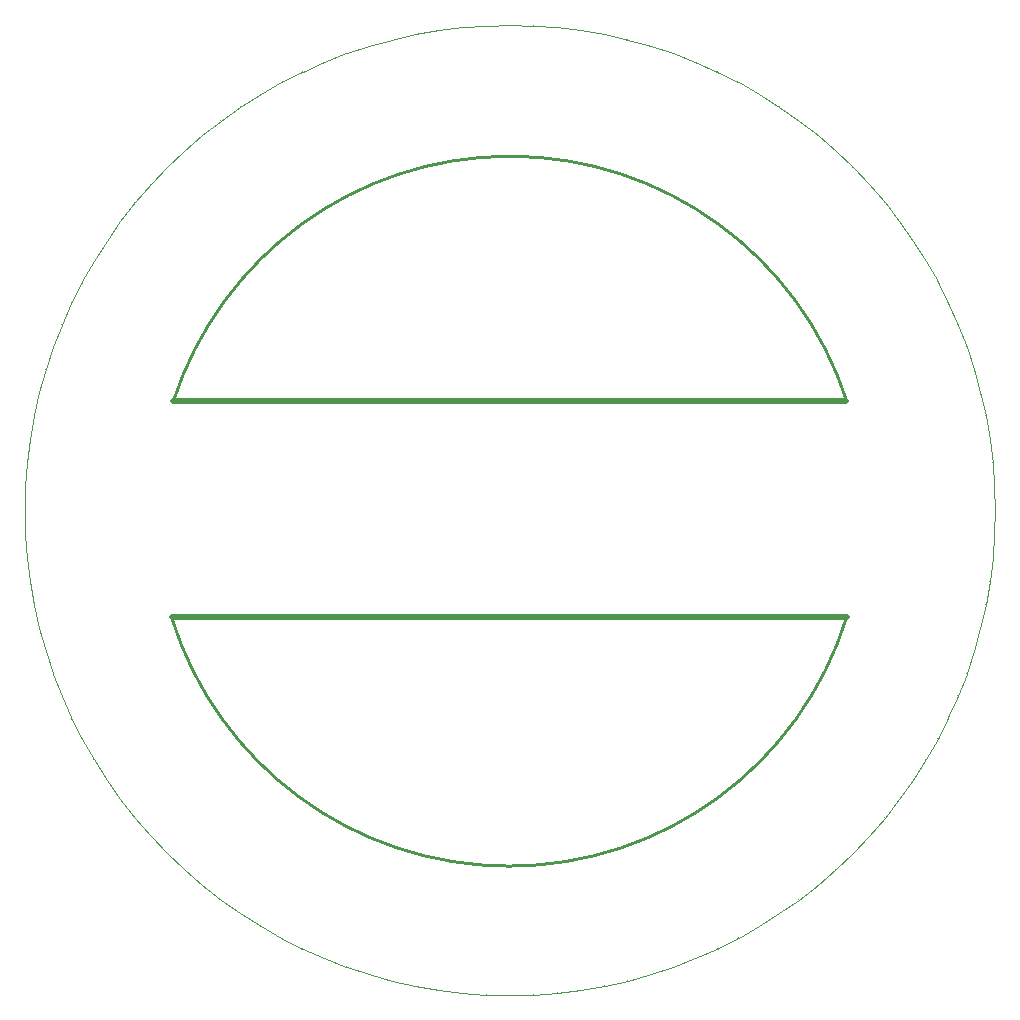
<source format=gko>
G04 Layer_Color=16720538*
%FSLAX24Y24*%
%MOIN*%
G70*
G01*
G75*
%ADD33C,0.0100*%
%ADD730C,0.0039*%
%ADD731C,0.0039*%
%ADD732C,0.0197*%
D33*
X18249Y25956D02*
G03*
X40750Y25950I11252J3485D01*
G01*
X40761Y33154D02*
G03*
X18307Y33150I-11226J-3627D01*
G01*
D730*
X42970Y38509D02*
G03*
X42969Y38509I-17J-11D01*
G01*
X43394Y37838D02*
G03*
X43394Y37839I-17J-10D01*
G01*
X43785Y37148D02*
G03*
X43785Y37149I-18J-9D01*
G01*
X43785Y37148D02*
G03*
X43785Y37149I-18J-9D01*
G01*
X43394Y37838D02*
G03*
X43394Y37839I-17J-10D01*
G01*
X42024Y39783D02*
G03*
X42024Y39784I-15J-12D01*
G01*
X42025Y39783D02*
G03*
X42024Y39783I-16J-12D01*
G01*
X42513Y39157D02*
G03*
X42512Y39158I-16J-11D01*
G01*
X42513Y39157D02*
G03*
X42512Y39158I-16J-11D01*
G01*
X42970Y38509D02*
G03*
X42969Y38509I-17J-11D01*
G01*
X44463Y35714D02*
G03*
X44463Y35715I-18J-7D01*
G01*
X44463Y35714D02*
G03*
X44463Y35715I-18J-7D01*
G01*
X44749Y34973D02*
G03*
X44749Y34974I-19J-6D01*
G01*
X44749Y34973D02*
G03*
X44749Y34974I-19J-6D01*
G01*
X44142Y36440D02*
G03*
X44141Y36440I-18J-9D01*
G01*
X44142Y36439D02*
G03*
X44142Y36440I-18J-8D01*
G01*
X44142Y36439D02*
G03*
X44142Y36440I-18J-8D01*
G01*
X40959Y40958D02*
G03*
X40959Y40959I-14J-13D01*
G01*
X40959Y40959D02*
G03*
X40958Y40959I-14J-14D01*
G01*
X40385Y41506D02*
G03*
X40384Y41506I-14J-14D01*
G01*
X41506Y40384D02*
G03*
X41506Y40385I-15J-13D01*
G01*
X41506Y40384D02*
G03*
X41506Y40385I-14J-13D01*
G01*
X39784Y42024D02*
G03*
X39783Y42025I-13J-15D01*
G01*
X39783Y42024D02*
G03*
X39783Y42025I-12J-15D01*
G01*
X39784Y42024D02*
G03*
X39783Y42024I-13J-15D01*
G01*
X40385Y41506D02*
G03*
X40384Y41506I-14J-14D01*
G01*
X42025Y39783D02*
G03*
X42024Y39784I-16J-12D01*
G01*
X44998Y34220D02*
G03*
X44998Y34221I-19J-5D01*
G01*
X44998Y34220D02*
G03*
X44998Y34221I-19J-5D01*
G01*
X45210Y33455D02*
G03*
X45209Y33456I-19J-4D01*
G01*
X45209Y33455D02*
G03*
X45209Y33456I-19J-4D01*
G01*
X35715Y44463D02*
G03*
X35714Y44463I-8J-18D01*
G01*
X35715Y44463D02*
G03*
X35714Y44463I-8J-18D01*
G01*
X36440Y44142D02*
G03*
X36439Y44142I-9J-18D01*
G01*
X36440Y44141D02*
G03*
X36440Y44142I-9J-18D01*
G01*
X36440Y44142D02*
G03*
X36439Y44142I-9J-18D01*
G01*
X34221Y44998D02*
G03*
X34220Y44998I-6J-19D01*
G01*
X34221Y44998D02*
G03*
X34220Y44998I-6J-19D01*
G01*
X34974Y44749D02*
G03*
X34973Y44749I-7J-18D01*
G01*
X34974Y44749D02*
G03*
X34973Y44749I-7J-18D01*
G01*
X38509Y42969D02*
G03*
X38509Y42970I-11J-16D01*
G01*
X38509Y42969D02*
G03*
X38509Y42970I-11J-16D01*
G01*
X39158Y42512D02*
G03*
X39157Y42513I-12J-16D01*
G01*
X39158Y42512D02*
G03*
X39157Y42513I-12J-16D01*
G01*
X37149Y43785D02*
G03*
X37148Y43785I-10J-17D01*
G01*
X37149Y43785D02*
G03*
X37148Y43785I-10J-17D01*
G01*
X37839Y43394D02*
G03*
X37838Y43394I-10J-17D01*
G01*
X37839Y43394D02*
G03*
X37838Y43394I-11J-17D01*
G01*
X31900Y45519D02*
G03*
X31899Y45519I-3J-19D01*
G01*
X31900Y45519D02*
G03*
X31899Y45519I-3J-19D01*
G01*
X32682Y45383D02*
G03*
X32681Y45383I-4J-19D01*
G01*
X32682Y45383D02*
G03*
X32681Y45383I-4J-19D01*
G01*
X30321Y45674D02*
G03*
X30320Y45674I-1J-20D01*
G01*
X30321Y45674D02*
G03*
X30320Y45674I-1J-20D01*
G01*
X31113Y45616D02*
G03*
X31112Y45616I-2J-20D01*
G01*
X31113Y45616D02*
G03*
X31112Y45616I-2J-20D01*
G01*
X33456Y45209D02*
G03*
X33455Y45209I-5J-19D01*
G01*
X33456Y45209D02*
G03*
X33455Y45210I-5J-19D01*
G01*
X45674Y30320D02*
G03*
X45674Y30321I-20J-1D01*
G01*
X45674Y30320D02*
G03*
X45674Y30321I-20J-0D01*
G01*
X45616Y31112D02*
G03*
X45616Y31113I-20J-1D01*
G01*
X45694Y29527D02*
G03*
X45694Y29528I-20J0D01*
G01*
X45519Y31899D02*
G03*
X45519Y31900I-20J-2D01*
G01*
X45519Y31899D02*
G03*
X45519Y31900I-20J-2D01*
G01*
X45383Y32681D02*
G03*
X45383Y32682I-19J-3D01*
G01*
X45616Y31112D02*
G03*
X45616Y31113I-20J-1D01*
G01*
X45694Y29527D02*
G03*
X45694Y29528I-20J0D01*
G01*
X45674Y28734D02*
G03*
X45674Y28735I-20J1D01*
G01*
X45674Y28734D02*
G03*
X45674Y28735I-20J1D01*
G01*
X45519Y27155D02*
G03*
X45519Y27156I-19J3D01*
G01*
X45519Y27155D02*
G03*
X45519Y27156I-19J3D01*
G01*
X45383Y26373D02*
G03*
X45383Y26374I-19J4D01*
G01*
X45383Y32681D02*
G03*
X45383Y32682I-19J-3D01*
G01*
Y26373D02*
G03*
X45383Y26374I-19J4D01*
G01*
X45209Y25599D02*
G03*
X45210Y25600I-19J5D01*
G01*
X45209Y25599D02*
G03*
X45209Y25600I-19J5D01*
G01*
X44998Y24834D02*
G03*
X44998Y24835I-19J6D01*
G01*
X44998Y24834D02*
G03*
X44998Y24835I-19J6D01*
G01*
X44749Y24081D02*
G03*
X44749Y24082I-18J7D01*
G01*
X44749Y24081D02*
G03*
X44749Y24082I-18J7D01*
G01*
X44463Y23341D02*
G03*
X44463Y23342I-18J8D01*
G01*
X44463Y23340D02*
G03*
X44463Y23341I-18J8D01*
G01*
X44142Y22615D02*
G03*
X44142Y22616I-18J9D01*
G01*
X44142Y22615D02*
G03*
X44142Y22616I-18J9D01*
G01*
X44141Y22615D02*
G03*
X44142Y22615I-18J9D01*
G01*
X43785Y21906D02*
G03*
X43785Y21907I-17J10D01*
G01*
X43785Y21906D02*
G03*
X43785Y21907I-17J10D01*
G01*
X43394Y21216D02*
G03*
X43394Y21217I-17J11D01*
G01*
X43394Y21216D02*
G03*
X43394Y21217I-17J10D01*
G01*
X42970Y20546D02*
G03*
X42970Y20547I-17J11D01*
G01*
X42969Y20546D02*
G03*
X42970Y20546I-16J11D01*
G01*
X42969Y20546D02*
G03*
X42970Y20546I-16J11D01*
G01*
X42512Y19897D02*
G03*
X42513Y19898I-16J12D01*
G01*
X42512Y19897D02*
G03*
X42513Y19898I-16J12D01*
G01*
X42024Y19272D02*
G03*
X42025Y19272I-15J12D01*
G01*
X42024Y19271D02*
G03*
X42024Y19272I-15J13D01*
G01*
X42024Y19271D02*
G03*
X42025Y19272I-15J13D01*
G01*
X40959Y18096D02*
G03*
X40959Y18097I-14J14D01*
G01*
X40959Y18096D02*
G03*
X40959Y18097I-14J14D01*
G01*
X40958Y18096D02*
G03*
X40959Y18096I-13J14D01*
G01*
X40384Y17549D02*
G03*
X40385Y17550I-13J14D01*
G01*
X40384Y17549D02*
G03*
X40385Y17549I-13J15D01*
G01*
X39783Y17031D02*
G03*
X39784Y17031I-12J16D01*
G01*
X39783Y17031D02*
G03*
X39784Y17031I-12J15D01*
G01*
X39783Y17030D02*
G03*
X39783Y17031I-12J16D01*
G01*
X39157Y16542D02*
G03*
X39158Y16543I-11J16D01*
G01*
X39157Y16542D02*
G03*
X39158Y16543I-11J16D01*
G01*
X38509Y16085D02*
G03*
X38509Y16086I-10J17D01*
G01*
X37839Y15661D02*
G03*
X37839Y15662I-10J17D01*
G01*
X37838Y15661D02*
G03*
X37839Y15661I-10J17D01*
G01*
X37838Y15661D02*
G03*
X37839Y15662I-10J17D01*
G01*
X37148Y15270D02*
G03*
X37149Y15270I-9J18D01*
G01*
X37148Y15270D02*
G03*
X37149Y15270I-9J18D01*
G01*
X36439Y14913D02*
G03*
X36440Y14914I-8J18D01*
G01*
X36439Y14913D02*
G03*
X36440Y14914I-8J18D01*
G01*
X35714Y14592D02*
G03*
X35715Y14592I-7J18D01*
G01*
X35714Y14592D02*
G03*
X35715Y14592I-7J18D01*
G01*
X34973Y14306D02*
G03*
X34974Y14306I-6J19D01*
G01*
X34973Y14306D02*
G03*
X34974Y14306I-6J19D01*
G01*
X34220Y14057D02*
G03*
X34221Y14058I-5J19D01*
G01*
X34220Y14057D02*
G03*
X34221Y14058I-5J19D01*
G01*
X33455Y13846D02*
G03*
X33456Y13846I-4J19D01*
G01*
X33455Y13846D02*
G03*
X33456Y13846I-4J19D01*
G01*
X32681Y13672D02*
G03*
X32682Y13672I-3J19D01*
G01*
X32681Y13672D02*
G03*
X32682Y13672I-3J19D01*
G01*
X31899Y13536D02*
G03*
X31900Y13536I-2J20D01*
G01*
X31899Y13536D02*
G03*
X31900Y13536I-2J20D01*
G01*
X31112Y13439D02*
G03*
X31113Y13439I-1J20D01*
G01*
X31112Y13439D02*
G03*
X31113Y13439I-1J20D01*
G01*
X30320Y13381D02*
G03*
X30321Y13381I-0J20D01*
G01*
X30320Y13381D02*
G03*
X30321Y13381I-1J20D01*
G01*
X29528Y45694D02*
G03*
X29527Y45694I-0J-20D01*
G01*
X29528D02*
G03*
X29527Y45694I-0J-20D01*
G01*
X28735Y45674D02*
G03*
X28734Y45674I1J-20D01*
G01*
X28735Y45674D02*
G03*
X28734Y45674I0J-20D01*
G01*
X27156Y45519D02*
G03*
X27155Y45519I2J-20D01*
G01*
X27156Y45519D02*
G03*
X27155Y45519I2J-20D01*
G01*
X26374Y45383D02*
G03*
X26373Y45383I3J-19D01*
G01*
X26374Y45383D02*
G03*
X26373Y45383I3J-19D01*
G01*
X25600Y45210D02*
G03*
X25599Y45209I4J-19D01*
G01*
X25600Y45209D02*
G03*
X25599Y45209I4J-19D01*
G01*
X24835Y44998D02*
G03*
X24834Y44998I5J-19D01*
G01*
X24835Y44998D02*
G03*
X24834Y44998I5J-19D01*
G01*
X24082Y44749D02*
G03*
X24081Y44749I6J-19D01*
G01*
X24082Y44749D02*
G03*
X24081Y44749I6J-19D01*
G01*
X23342Y44463D02*
G03*
X23341Y44463I7J-18D01*
G01*
X23341Y44463D02*
G03*
X23340Y44463I7J-18D01*
G01*
X22616Y44142D02*
G03*
X22615Y44142I8J-18D01*
G01*
X22615Y44142D02*
G03*
X22615Y44141I9J-18D01*
G01*
X22616Y44142D02*
G03*
X22615Y44142I8J-18D01*
G01*
X21907Y43785D02*
G03*
X21906Y43785I9J-18D01*
G01*
X21907Y43785D02*
G03*
X21906Y43785I9J-18D01*
G01*
X21217Y43394D02*
G03*
X21216Y43394I10J-17D01*
G01*
X21217Y43394D02*
G03*
X21216Y43394I10J-17D01*
G01*
X20546Y42970D02*
G03*
X20546Y42969I11J-17D01*
G01*
X20547Y42970D02*
G03*
X20546Y42970I10J-17D01*
G01*
X20546Y42970D02*
G03*
X20546Y42969I11J-17D01*
G01*
X19898Y42513D02*
G03*
X19897Y42512I11J-16D01*
G01*
X19898Y42513D02*
G03*
X19897Y42512I11J-16D01*
G01*
X19272Y42024D02*
G03*
X19271Y42024I12J-15D01*
G01*
X19272Y42025D02*
G03*
X19272Y42024I12J-16D01*
G01*
X19272Y42025D02*
G03*
X19271Y42024I12J-16D01*
G01*
X18097Y40959D02*
G03*
X18096Y40959I14J-14D01*
G01*
X18096Y40959D02*
G03*
X18096Y40958I14J-14D01*
G01*
X18097Y40959D02*
G03*
X18096Y40959I14J-14D01*
G01*
X17550Y40385D02*
G03*
X17549Y40384I14J-14D01*
G01*
X17549Y40385D02*
G03*
X17549Y40384I14J-14D01*
G01*
X17031Y39784D02*
G03*
X17031Y39783I15J-13D01*
G01*
X17031Y39783D02*
G03*
X17030Y39783I15J-12D01*
G01*
X17031Y39784D02*
G03*
X17031Y39783I15J-13D01*
G01*
X16543Y39158D02*
G03*
X16542Y39157I16J-12D01*
G01*
X16543Y39158D02*
G03*
X16542Y39157I16J-12D01*
G01*
X16086Y38509D02*
G03*
X16085Y38509I17J-11D01*
G01*
X15661Y37839D02*
G03*
X15661Y37838I17J-10D01*
G01*
X15662Y37839D02*
G03*
X15661Y37839I17J-11D01*
G01*
X15662Y37839D02*
G03*
X15661Y37838I17J-11D01*
G01*
X15270Y37149D02*
G03*
X15270Y37148I17J-10D01*
G01*
X15270Y37149D02*
G03*
X15270Y37148I17J-10D01*
G01*
X14914Y36440D02*
G03*
X14913Y36439I18J-9D01*
G01*
X14914Y36440D02*
G03*
X14913Y36439I18J-9D01*
G01*
X14592Y35715D02*
G03*
X14592Y35714I18J-8D01*
G01*
X14592Y35715D02*
G03*
X14592Y35714I18J-8D01*
G01*
X14306Y34974D02*
G03*
X14306Y34973I18J-7D01*
G01*
X14306Y34974D02*
G03*
X14306Y34973I18J-7D01*
G01*
X14058Y34221D02*
G03*
X14057Y34220I19J-6D01*
G01*
X14058Y34221D02*
G03*
X14057Y34220I19J-6D01*
G01*
X13846Y33456D02*
G03*
X13846Y33455I19J-5D01*
G01*
X13846Y33456D02*
G03*
X13846Y33455I19J-5D01*
G01*
X13672Y32682D02*
G03*
X13672Y32681I19J-4D01*
G01*
X26373Y13672D02*
G03*
X26374Y13672I4J19D01*
G01*
X25599Y13846D02*
G03*
X25600Y13846I5J19D01*
G01*
X26373Y13672D02*
G03*
X26374Y13672I4J19D01*
G01*
X29527Y13361D02*
G03*
X29528Y13361I0J20D01*
G01*
X29527D02*
G03*
X29528Y13361I0J20D01*
G01*
X28734Y13381D02*
G03*
X28735Y13381I1J20D01*
G01*
X27155Y13536D02*
G03*
X27156Y13536I3J19D01*
G01*
X27155Y13536D02*
G03*
X27156Y13536I3J19D01*
G01*
X28734Y13381D02*
G03*
X28735Y13381I1J20D01*
G01*
X21906Y15270D02*
G03*
X21907Y15270I10J17D01*
G01*
X22615Y14914D02*
G03*
X22616Y14913I9J18D01*
G01*
X21906Y15270D02*
G03*
X21907Y15270I10J17D01*
G01*
X21216Y15661D02*
G03*
X21217Y15661I10J17D01*
G01*
X21216Y15662D02*
G03*
X21216Y15661I11J17D01*
G01*
X21216Y15662D02*
G03*
X21217Y15661I11J17D01*
G01*
X20546Y16086D02*
G03*
X20547Y16085I11J17D01*
G01*
X24834Y14058D02*
G03*
X24835Y14057I6J19D01*
G01*
X24081Y14306D02*
G03*
X24082Y14306I7J18D01*
G01*
X25599Y13846D02*
G03*
X25600Y13846I5J19D01*
G01*
X24834Y14058D02*
G03*
X24835Y14057I6J19D01*
G01*
X23340Y14592D02*
G03*
X23341Y14592I8J18D01*
G01*
X22615Y14914D02*
G03*
X22616Y14913I9J18D01*
G01*
X24081Y14306D02*
G03*
X24082Y14306I7J18D01*
G01*
X23341Y14592D02*
G03*
X23342Y14592I8J18D01*
G01*
X13672Y26374D02*
G03*
X13672Y26373I19J3D01*
G01*
X13846Y25600D02*
G03*
X13846Y25599I19J4D01*
G01*
X13846Y25600D02*
G03*
X13846Y25599I19J4D01*
G01*
X14306Y24082D02*
G03*
X14306Y24081I19J6D01*
G01*
X14057Y24835D02*
G03*
X14058Y24834I19J5D01*
G01*
X14306Y24082D02*
G03*
X14306Y24081I19J6D01*
G01*
X14057Y24835D02*
G03*
X14058Y24834I19J5D01*
G01*
X13672Y32682D02*
G03*
X13672Y32681I19J-4D01*
G01*
X13536Y31900D02*
G03*
X13536Y31899I19J-3D01*
G01*
X13536Y31900D02*
G03*
X13536Y31899I19J-3D01*
G01*
X13439Y31113D02*
G03*
X13439Y31112I20J-2D01*
G01*
X13439Y31113D02*
G03*
X13439Y31112I20J-2D01*
G01*
X13381Y30321D02*
G03*
X13381Y30320I20J-1D01*
G01*
X13381Y30321D02*
G03*
X13381Y30320I20J-1D01*
G01*
X13361Y29528D02*
G03*
X13361Y29527I20J-0D01*
G01*
X13536Y27156D02*
G03*
X13536Y27155I20J2D01*
G01*
X13672Y26374D02*
G03*
X13672Y26373I19J3D01*
G01*
X13536Y27156D02*
G03*
X13536Y27155I20J2D01*
G01*
X13381Y28735D02*
G03*
X13381Y28734I20J1D01*
G01*
X13361Y29528D02*
G03*
X13361Y29527I20J-0D01*
G01*
X13381Y28735D02*
G03*
X13381Y28734I20J0D01*
G01*
X19271Y17031D02*
G03*
X19272Y17031I13J15D01*
G01*
X19897Y16543D02*
G03*
X19898Y16542I12J16D01*
G01*
X19897Y16543D02*
G03*
X19898Y16542I12J16D01*
G01*
X19272Y17031D02*
G03*
X19272Y17030I12J15D01*
G01*
X19271Y17031D02*
G03*
X19272Y17031I13J15D01*
G01*
X18096Y18097D02*
G03*
X18097Y18096I14J14D01*
G01*
X18096Y18097D02*
G03*
X18097Y18096I14J14D01*
G01*
X18671Y17550D02*
G03*
X18671Y17549I14J14D01*
G01*
X15270Y21907D02*
G03*
X15270Y21906I18J9D01*
G01*
X15661Y21217D02*
G03*
X15662Y21216I17J10D01*
G01*
X15661Y21216D02*
G03*
X15662Y21216I17J10D01*
G01*
X15661Y21217D02*
G03*
X15661Y21216I17J10D01*
G01*
X15270Y21907D02*
G03*
X15270Y21906I18J9D01*
G01*
X14592Y23341D02*
G03*
X14592Y23340I18J7D01*
G01*
X14592Y23342D02*
G03*
X14592Y23341I18J7D01*
G01*
X14913Y22616D02*
G03*
X14914Y22615I18J8D01*
G01*
X14913Y22616D02*
G03*
X14914Y22615I18J8D01*
G01*
X17031Y19272D02*
G03*
X17031Y19271I15J12D01*
G01*
X17030Y19272D02*
G03*
X17031Y19272I16J12D01*
G01*
X17549Y18671D02*
G03*
X17550Y18671I14J13D01*
G01*
X17031Y19272D02*
G03*
X17031Y19271I16J12D01*
G01*
X16085Y20547D02*
G03*
X16086Y20546I17J10D01*
G01*
X16542Y19898D02*
G03*
X16543Y19897I16J11D01*
G01*
X16542Y19898D02*
G03*
X16543Y19897I16J11D01*
G01*
X42970Y38509D02*
X42970Y38509D01*
X42970Y38509D01*
X43394Y37839D01*
X43394Y37839D01*
X43394Y37839D01*
X43394Y37838D02*
X43394Y37838D01*
X43394Y37838D01*
X43785Y37149D01*
X43785Y37149D01*
X43785Y37149D01*
X42024Y39783D02*
X42025Y39783D01*
X42025Y39783D01*
X42512Y39158D01*
X42512Y39158D01*
X42512Y39158D01*
X42513Y39157D02*
X42513Y39157D01*
X42513Y39157D01*
X42969Y38509D01*
X42969Y38509D01*
X42969Y38509D01*
X44463Y35714D02*
X44463Y35714D01*
X44749Y34974D01*
X44749Y34974D01*
X44749Y34973D02*
X44998Y34221D01*
X43785Y37148D02*
X43785Y37148D01*
X43785Y37148D01*
X44141Y36440D01*
X44142Y36440D01*
X44142Y36440D01*
X44142Y36439D02*
X44142Y36439D01*
X44463Y35715D01*
X44463Y35715D01*
X40959Y40959D02*
X40959Y40959D01*
X40958Y40959D02*
X40959Y40959D01*
X40385Y41506D02*
X40958Y40959D01*
X40385Y41506D02*
X40385Y41506D01*
X40384Y41506D02*
X40385Y41506D01*
X40959Y40959D02*
X40959Y40959D01*
X40959Y40958D01*
X41506Y40385D01*
X41506Y40385D01*
X41506Y40384D01*
X40384Y41506D02*
X40384Y41506D01*
X40384Y41506D02*
X40384Y41506D01*
X39784Y42024D02*
X40384Y41506D01*
X39784Y42024D02*
X39784Y42024D01*
X39784Y42024D02*
X39784Y42024D01*
X39783Y42025D02*
X39783Y42024D01*
X39783Y42025D02*
X39783Y42025D01*
X39158Y42512D02*
X39783Y42025D01*
X39158Y42512D02*
X39158Y42512D01*
X39158Y42512D02*
X39158Y42512D01*
X41506Y40384D02*
X41506Y40384D01*
X41506Y40384D01*
X42024Y39784D01*
X42024Y39784D01*
X42024Y39784D01*
X44998Y34220D02*
X45209Y33456D01*
X36439Y44142D02*
X36439Y44142D01*
X35715Y44463D02*
X36439Y44142D01*
X35715Y44463D02*
X35715Y44463D01*
X35714Y44463D02*
X35714Y44463D01*
X34974Y44749D02*
X35714Y44463D01*
X34974Y44749D02*
X34974Y44749D01*
X37148Y43785D02*
X37148Y43785D01*
X37148Y43785D02*
X37148Y43785D01*
X36440Y44141D02*
X37148Y43785D01*
X36440Y44142D02*
X36440Y44141D01*
X36440Y44142D02*
X36440Y44142D01*
X34221Y44998D02*
X34973Y44749D01*
X39157Y42513D02*
X39157Y42513D01*
X39157Y42513D02*
X39157Y42513D01*
X38509Y42969D02*
X39157Y42513D01*
X38509Y42969D02*
X38509Y42969D01*
X38509Y42969D02*
X38509Y42969D01*
X38509Y42970D02*
X38509Y42970D01*
X38509Y42970D02*
X38509Y42970D01*
X37839Y43394D02*
X38509Y42970D01*
X37839Y43394D02*
X37839Y43394D01*
X37839Y43394D02*
X37839Y43394D01*
X37838Y43394D02*
X37838Y43394D01*
X37838Y43394D02*
X37838Y43394D01*
X37149Y43785D02*
X37838Y43394D01*
X37149Y43785D02*
X37149Y43785D01*
X37149Y43785D02*
X37149Y43785D01*
X32681Y45383D02*
X32681Y45383D01*
X32681Y45383D02*
X32681Y45383D01*
X31900Y45519D02*
X32681Y45383D01*
X31900Y45519D02*
X31900Y45519D01*
X31900Y45519D02*
X31900Y45519D01*
X31113Y45616D02*
X31899Y45519D01*
X33455Y45210D02*
X33455Y45209D01*
X32682Y45383D02*
X33455Y45210D01*
X32682Y45383D02*
X32682Y45383D01*
X30321Y45674D02*
X31112Y45616D01*
X33456Y45209D02*
X34220Y44998D01*
X45616Y31112D02*
X45674Y30321D01*
X45674Y30320D02*
X45674Y30320D01*
X45674Y30320D01*
X45694Y29528D01*
X45694Y29528D01*
X45694Y29528D01*
X45383Y32681D02*
X45383Y32681D01*
X45383Y32681D01*
X45519Y31900D01*
X45519Y31900D01*
X45519Y31900D01*
X45519Y31899D02*
X45616Y31113D01*
X45694Y29527D02*
X45694Y29527D01*
X45694Y29527D02*
X45694Y29527D01*
X45674Y28735D02*
X45694Y29527D01*
X45674Y28735D02*
X45674Y28735D01*
X45674Y28735D02*
X45674Y28735D01*
X45616Y27943D02*
X45674Y28734D01*
X45519Y27156D02*
X45616Y27943D01*
X45519Y27155D02*
X45519Y27155D01*
X45519Y27155D02*
X45519Y27155D01*
X45383Y26374D02*
X45519Y27155D01*
X45383Y26374D02*
X45383Y26374D01*
X45383Y26374D02*
X45383Y26374D01*
X45209Y33455D02*
X45210Y33455D01*
X45383Y32682D01*
X45383Y32682D01*
X45383Y26373D02*
X45383Y26373D01*
X45210Y25600D02*
X45383Y26373D01*
X45209Y25600D02*
X45210Y25600D01*
X44998Y24835D02*
X45209Y25599D01*
X44749Y24082D02*
X44998Y24834D01*
X44749Y24081D02*
X44749Y24081D01*
X44463Y23342D02*
X44749Y24081D01*
X44463Y23341D02*
X44463Y23342D01*
X44463Y23340D02*
X44463Y23341D01*
X44142Y22616D02*
X44463Y23340D01*
X44142Y22616D02*
X44142Y22616D01*
X44142Y22615D02*
X44142Y22615D01*
X44141Y22615D02*
X44142Y22615D01*
X43785Y21907D02*
X44141Y22615D01*
X43785Y21907D02*
X43785Y21907D01*
X43785Y21907D02*
X43785Y21907D01*
X43785Y21906D02*
X43785Y21906D01*
X43785Y21906D02*
X43785Y21906D01*
X43394Y21217D02*
X43785Y21906D01*
X43394Y21217D02*
X43394Y21217D01*
X43394Y21217D02*
X43394Y21217D01*
X43394Y21216D02*
X43394Y21216D01*
X43394Y21216D02*
X43394Y21216D01*
X42970Y20547D02*
X43394Y21216D01*
X42970Y20546D02*
X42970Y20547D01*
X42970Y20546D02*
X42970Y20546D01*
X42969Y20546D02*
X42969Y20546D01*
X42969Y20546D02*
X42969Y20546D01*
X42513Y19898D02*
X42969Y20546D01*
X42513Y19898D02*
X42513Y19898D01*
X42513Y19898D02*
X42513Y19898D01*
X42512Y19897D02*
X42512Y19897D01*
X42512Y19897D02*
X42512Y19897D01*
X42025Y19272D02*
X42512Y19897D01*
X42025Y19272D02*
X42025Y19272D01*
X42024Y19272D02*
X42025Y19272D01*
X42024Y19271D02*
X42024Y19271D01*
X42024Y19271D02*
X42024Y19271D01*
X41506Y18671D02*
X42024Y19271D01*
X41506Y18671D02*
X41506Y18671D01*
X41506Y18671D02*
X41506Y18671D01*
X41506Y18671D02*
X41506Y18671D01*
X41506Y18671D02*
X41506Y18671D01*
X40959Y18097D02*
X41506Y18671D01*
X40959Y18097D02*
X40959Y18097D01*
X40959Y18097D02*
X40959Y18097D01*
X40959Y18096D02*
X40959Y18096D01*
X40958Y18096D02*
X40959Y18096D01*
X40385Y17550D02*
X40958Y18096D01*
X40385Y17549D02*
X40385Y17550D01*
X40384Y17549D02*
X40385Y17549D01*
X40384Y17549D02*
X40384Y17549D01*
X40384Y17549D02*
X40384Y17549D01*
X39784Y17031D02*
X40384Y17549D01*
X39784Y17031D02*
X39784Y17031D01*
X39784Y17031D02*
X39784Y17031D01*
X39783Y17031D02*
X39783Y17031D01*
X39783Y17030D02*
X39783Y17031D01*
X39158Y16543D02*
X39783Y17030D01*
X39158Y16543D02*
X39158Y16543D01*
X39158Y16543D02*
X39158Y16543D01*
X39157Y16542D02*
X39157Y16542D01*
X39157Y16542D02*
X39157Y16542D01*
X38509Y16086D02*
X39157Y16542D01*
X38509Y16086D02*
X38509Y16086D01*
X38509Y16086D02*
X38509Y16086D01*
X38509Y16086D02*
X38509Y16086D01*
X38509Y16085D02*
X38509Y16086D01*
X37839Y15662D02*
X38509Y16085D01*
X37839Y15662D02*
X37839Y15662D01*
X37839Y15661D02*
X37839Y15662D01*
X37838Y15661D02*
X37838Y15661D01*
X37838Y15661D02*
X37838Y15661D01*
X37149Y15270D02*
X37838Y15661D01*
X37149Y15270D02*
X37149Y15270D01*
X37149Y15270D02*
X37149Y15270D01*
X37148Y15270D02*
X37148Y15270D01*
X37148Y15270D02*
X37148Y15270D01*
X36440Y14914D02*
X37148Y15270D01*
X36440Y14914D02*
X36440Y14914D01*
X36440Y14914D02*
X36440Y14914D01*
X36439Y14913D02*
X36439Y14913D01*
X35715Y14592D02*
X36439Y14913D01*
X35715Y14592D02*
X35715Y14592D01*
X35714Y14592D02*
X35714Y14592D01*
X34974Y14306D02*
X35714Y14592D01*
X34974Y14306D02*
X34974Y14306D01*
X34221Y14058D02*
X34973Y14306D01*
X33456Y13846D02*
X34220Y14057D01*
X33455Y13846D02*
X33455Y13846D01*
X32682Y13672D02*
X33455Y13846D01*
X32682Y13672D02*
X32682Y13672D01*
X32681Y13672D02*
X32681Y13672D01*
X32681Y13672D02*
X32681Y13672D01*
X31900Y13536D02*
X32681Y13672D01*
X31900Y13536D02*
X31900Y13536D01*
X31900Y13536D02*
X31900Y13536D01*
X31113Y13439D02*
X31899Y13536D01*
X30321Y13381D02*
X31112Y13439D01*
X30320Y45674D02*
X30320Y45674D01*
X30320Y45674D02*
X30320Y45674D01*
X29528Y45694D02*
X30320Y45674D01*
X29528Y45694D02*
X29528Y45694D01*
X29528Y45694D02*
X29528Y45694D01*
X29527D02*
X29527Y45694D01*
X29527Y45694D02*
X29527Y45694D01*
X28735Y45674D02*
X29527Y45694D01*
X28735Y45674D02*
X28735Y45674D01*
X28735Y45674D02*
X28735Y45674D01*
X27943Y45616D02*
X28734Y45674D01*
X27156Y45519D02*
X27943Y45616D01*
X27155Y45519D02*
X27155Y45519D01*
X27155Y45519D02*
X27155Y45519D01*
X26374Y45383D02*
X27155Y45519D01*
X26374Y45383D02*
X26374Y45383D01*
X26374Y45383D02*
X26374Y45383D01*
X26373Y45383D02*
X26373Y45383D01*
X25600Y45210D02*
X26373Y45383D01*
X25600Y45209D02*
X25600Y45210D01*
X24835Y44998D02*
X25599Y45209D01*
X24082Y44749D02*
X24834Y44998D01*
X24081Y44749D02*
X24081Y44749D01*
X23342Y44463D02*
X24081Y44749D01*
X23341Y44463D02*
X23342Y44463D01*
X23340Y44463D02*
X23341Y44463D01*
X22616Y44142D02*
X23340Y44463D01*
X22616Y44142D02*
X22616Y44142D01*
X22615Y44142D02*
X22615Y44142D01*
X22615Y44141D02*
X22615Y44142D01*
X21907Y43785D02*
X22615Y44141D01*
X21907Y43785D02*
X21907Y43785D01*
X21907Y43785D02*
X21907Y43785D01*
X21906Y43785D02*
X21906Y43785D01*
X21906Y43785D02*
X21906Y43785D01*
X21217Y43394D02*
X21906Y43785D01*
X21217Y43394D02*
X21217Y43394D01*
X21217Y43394D02*
X21217Y43394D01*
X21216Y43394D02*
X21216Y43394D01*
X21216Y43394D02*
X21216Y43394D01*
X20547Y42970D02*
X21216Y43394D01*
X20546Y42970D02*
X20547Y42970D01*
X20546Y42970D02*
X20546Y42970D01*
X20546Y42969D02*
X20546Y42969D01*
X20546Y42969D02*
X20546Y42969D01*
X19898Y42513D02*
X20546Y42969D01*
X19898Y42513D02*
X19898Y42513D01*
X19898Y42513D02*
X19898Y42513D01*
X19897Y42512D02*
X19897Y42512D01*
X19897Y42512D02*
X19897Y42512D01*
X19272Y42025D02*
X19897Y42512D01*
X19272Y42025D02*
X19272Y42025D01*
X19272Y42024D02*
X19272Y42025D01*
X19271Y42024D02*
X19271Y42024D01*
X19271Y42024D02*
X19271Y42024D01*
X18671Y41506D02*
X19271Y42024D01*
X18671Y41506D02*
X18671Y41506D01*
X18671Y41506D02*
X18671Y41506D01*
X18671Y41506D02*
X18671Y41506D01*
X18671Y41506D02*
X18671Y41506D01*
X18097Y40959D02*
X18671Y41506D01*
X18097Y40959D02*
X18097Y40959D01*
X18097Y40959D02*
X18097Y40959D01*
X18096Y40959D02*
X18096Y40959D01*
X18096Y40958D02*
X18096Y40959D01*
X17550Y40385D02*
X18096Y40958D01*
X17549Y40385D02*
X17550Y40385D01*
X17549Y40384D02*
X17549Y40385D01*
X17549Y40384D02*
X17549Y40384D01*
X17549Y40384D02*
X17549Y40384D01*
X17031Y39784D02*
X17549Y40384D01*
X17031Y39784D02*
X17031Y39784D01*
X17031Y39784D02*
X17031Y39784D01*
X17031Y39783D02*
X17031Y39783D01*
X17030Y39783D02*
X17031Y39783D01*
X16543Y39158D02*
X17030Y39783D01*
X16543Y39158D02*
X16543Y39158D01*
X16543Y39158D02*
X16543Y39158D01*
X16542Y39157D02*
X16542Y39157D01*
X16542Y39157D02*
X16542Y39157D01*
X16086Y38509D02*
X16542Y39157D01*
X16086Y38509D02*
X16086Y38509D01*
X16086Y38509D02*
X16086Y38509D01*
X16086Y38509D02*
X16086Y38509D01*
X16085Y38509D02*
X16086Y38509D01*
X15662Y37839D02*
X16085Y38509D01*
X15662Y37839D02*
X15662Y37839D01*
X15661Y37839D02*
X15662Y37839D01*
X15661Y37838D02*
X15661Y37838D01*
X15661Y37838D02*
X15661Y37838D01*
X15270Y37149D02*
X15661Y37838D01*
X15270Y37149D02*
X15270Y37149D01*
X15270Y37149D02*
X15270Y37149D01*
X15270Y37148D02*
X15270Y37148D01*
X15270Y37148D02*
X15270Y37148D01*
X14914Y36440D02*
X15270Y37148D01*
X14914Y36440D02*
X14914Y36440D01*
X14914Y36440D02*
X14914Y36440D01*
X14913Y36439D02*
X14913Y36439D01*
X14592Y35715D02*
X14913Y36439D01*
X14592Y35715D02*
X14592Y35715D01*
X14592Y35714D02*
X14592Y35714D01*
X14306Y34974D02*
X14592Y35714D01*
X14306Y34974D02*
X14306Y34974D01*
X14058Y34221D02*
X14306Y34973D01*
X13846Y33456D02*
X14057Y34220D01*
X13846Y33455D02*
X13846Y33455D01*
X13672Y32682D02*
X13846Y33455D01*
X13672Y32682D02*
X13672Y32682D01*
X26373Y13672D02*
X26373Y13672D01*
X25600Y13846D02*
X26373Y13672D01*
X25600Y13846D02*
X25600Y13846D01*
X27155Y13536D02*
X27155Y13536D01*
X27155Y13536D02*
X27155Y13536D01*
X26374Y13672D02*
X27155Y13536D01*
X26374Y13672D02*
X26374Y13672D01*
X26374Y13672D02*
X26374Y13672D01*
X30320Y13381D02*
X30320Y13381D01*
X30320Y13381D02*
X30320Y13381D01*
X29528Y13361D02*
X30320Y13381D01*
X29528Y13361D02*
X29528Y13361D01*
X29528Y13361D02*
X29528Y13361D01*
X29527D02*
X29527Y13361D01*
X29527Y13361D02*
X29527Y13361D01*
X28735Y13381D02*
X29527Y13361D01*
X28735Y13381D02*
X28735Y13381D01*
X28735Y13381D02*
X28735Y13381D01*
X27156Y13536D02*
X27943Y13439D01*
X27943Y13439D02*
X28734Y13381D01*
X21906Y15270D02*
X21906Y15270D01*
X21906Y15270D02*
X21906Y15270D01*
X21217Y15661D02*
X21906Y15270D01*
X21217Y15661D02*
X21217Y15661D01*
X21217Y15661D02*
X21217Y15661D01*
X22615Y14914D02*
X22615Y14914D01*
X22615Y14914D02*
X22615Y14914D01*
X21907Y15270D02*
X22615Y14914D01*
X21907Y15270D02*
X21907Y15270D01*
X21907Y15270D02*
X21907Y15270D01*
X20546Y16086D02*
X20546Y16086D01*
X20546Y16086D02*
X20546Y16086D01*
X19898Y16542D02*
X20546Y16086D01*
X19898Y16542D02*
X19898Y16542D01*
X19898Y16542D02*
X19898Y16542D01*
X21216Y15662D02*
X21216Y15661D01*
X21216Y15662D02*
X21216Y15662D01*
X20547Y16085D02*
X21216Y15662D01*
X20546Y16086D02*
X20547Y16085D01*
X20546Y16086D02*
X20546Y16086D01*
X24082Y14306D02*
X24834Y14058D01*
X24835Y14057D02*
X25599Y13846D01*
X23340Y14592D02*
X23341Y14592D01*
X22616Y14913D02*
X23340Y14592D01*
X22616Y14913D02*
X22616Y14913D01*
X24081Y14306D02*
X24081Y14306D01*
X23342Y14592D02*
X24081Y14306D01*
X23341Y14592D02*
X23342Y14592D01*
X13672Y26373D02*
X13672Y26373D01*
X13846Y25600D01*
X13846Y25600D01*
X13846Y25599D02*
X14057Y24835D01*
X14058Y24834D02*
X14306Y24082D01*
X13672Y32681D02*
X13672Y32681D01*
X13672Y32681D02*
X13672Y32681D01*
X13536Y31900D02*
X13672Y32681D01*
X13536Y31900D02*
X13536Y31900D01*
X13536Y31900D02*
X13536Y31900D01*
X13439Y31113D02*
X13536Y31899D01*
X13381Y30321D02*
X13439Y31112D01*
X13381Y30320D02*
X13381Y30320D01*
X13381Y30320D02*
X13381Y30320D01*
X13361Y29528D02*
X13381Y30320D01*
X13361Y29528D02*
X13361Y29528D01*
X13361Y29528D02*
X13361Y29528D01*
X13439Y27943D02*
X13536Y27156D01*
X13536Y27155D02*
X13536Y27155D01*
X13536Y27155D01*
X13672Y26374D01*
X13672Y26374D01*
X13672Y26374D01*
X13361Y29527D02*
X13361Y29527D01*
X13361Y29527D01*
X13381Y28735D01*
X13381Y28735D01*
X13381Y28735D01*
X13381Y28734D02*
X13439Y27943D01*
X19271Y17031D02*
X19271Y17031D01*
X19271Y17031D02*
X19271Y17031D01*
X18671Y17549D02*
X19271Y17031D01*
X18671Y17549D02*
X18671Y17549D01*
X18671Y17549D02*
X18671Y17549D01*
X19897Y16543D02*
X19897Y16543D01*
X19897Y16543D02*
X19897Y16543D01*
X19272Y17030D02*
X19897Y16543D01*
X19272Y17031D02*
X19272Y17030D01*
X19272Y17031D02*
X19272Y17031D01*
X17549Y18671D02*
X17549Y18671D01*
X17550Y18671D01*
X18096Y18097D01*
X18096Y18097D01*
X18096Y18097D01*
X18671Y17549D02*
X18671Y17549D01*
X18671Y17550D02*
X18671Y17549D01*
X18097Y18096D02*
X18671Y17550D01*
X18097Y18096D02*
X18097Y18096D01*
X18097Y18096D02*
X18097Y18096D01*
X14914Y22615D02*
X14914Y22615D01*
X14914Y22615D01*
X15270Y21907D01*
X15270Y21907D01*
X15270Y21907D01*
X15270Y21906D02*
X15270Y21906D01*
X15270Y21906D01*
X15661Y21217D01*
X15661Y21217D01*
X15661Y21217D01*
X14306Y24081D02*
X14306Y24081D01*
X14592Y23342D01*
X14592Y23341D01*
X14592Y23341D02*
X14592Y23340D01*
X14913Y22616D01*
X14913Y22616D01*
X16543Y19897D02*
X16543Y19897D01*
X16543Y19897D01*
X17030Y19272D01*
X17031Y19272D01*
X17031Y19272D01*
X17031Y19271D02*
X17031Y19271D01*
X17031Y19271D01*
X17549Y18671D01*
X17549Y18671D01*
X17549Y18671D01*
X15661Y21216D02*
X15662Y21216D01*
X15662Y21216D01*
X16085Y20547D01*
X16086Y20546D01*
X16086Y20546D01*
X16086Y20546D02*
X16086Y20546D01*
X16086Y20546D01*
X16542Y19898D01*
X16542Y19898D01*
X16542Y19898D01*
D731*
X42970Y38509D02*
D03*
X43394Y37839D02*
D03*
X43785Y37148D02*
D03*
X43785Y37149D02*
D03*
X43394Y37838D02*
D03*
X42512Y39158D02*
D03*
X42513Y39157D02*
D03*
X42969Y38509D02*
D03*
X40959Y40959D02*
D03*
X40959Y40959D02*
D03*
X40384Y41506D02*
D03*
X41506Y40384D02*
D03*
X41506Y40384D02*
D03*
X39784Y42024D02*
D03*
X40384Y41506D02*
D03*
X42024Y39784D02*
D03*
X38509Y42969D02*
D03*
X38509Y42970D02*
D03*
X39158Y42512D02*
D03*
X39157Y42513D02*
D03*
X37149Y43785D02*
D03*
X37148Y43785D02*
D03*
X37839Y43394D02*
D03*
X37838Y43394D02*
D03*
X31900Y45519D02*
D03*
X32681Y45383D02*
D03*
X30320Y45674D02*
D03*
X45674Y30320D02*
D03*
X45674Y30320D02*
D03*
X45694Y29528D02*
D03*
X45694Y29528D02*
D03*
X45694Y29528D02*
D03*
X45519Y31900D02*
D03*
X45383Y32681D02*
D03*
X45694Y29527D02*
D03*
X45674Y28735D02*
D03*
X45674Y28735D02*
D03*
X45616Y27943D02*
D03*
D03*
X45519Y27155D02*
D03*
X45383Y26374D02*
D03*
X43785Y21907D02*
D03*
X43785Y21906D02*
D03*
X43394Y21217D02*
D03*
X43394Y21216D02*
D03*
X42969Y20546D02*
D03*
X42513Y19898D02*
D03*
X42512Y19897D02*
D03*
X42024Y19271D02*
D03*
X41506Y18671D02*
D03*
X41506Y18671D02*
D03*
X41506Y18671D02*
D03*
X41506Y18671D02*
D03*
X40959Y18097D02*
D03*
X40384Y17549D02*
D03*
X40384Y17549D02*
D03*
X39784Y17031D02*
D03*
X39158Y16543D02*
D03*
X39157Y16542D02*
D03*
X38509Y16086D02*
D03*
X38509Y16086D02*
D03*
X38509Y16086D02*
D03*
X37838Y15661D02*
D03*
X37149Y15270D02*
D03*
X37148Y15270D02*
D03*
X36440Y14914D02*
D03*
X32681Y13672D02*
D03*
X31900Y13536D02*
D03*
X30320Y13381D02*
D03*
X29528Y45694D02*
D03*
X29527Y45694D02*
D03*
X28735Y45674D02*
D03*
X27943Y45616D02*
D03*
D03*
X27155Y45519D02*
D03*
X26374Y45383D02*
D03*
X21907Y43785D02*
D03*
X21906Y43785D02*
D03*
X21217Y43394D02*
D03*
X21216Y43394D02*
D03*
X20546Y42969D02*
D03*
X19898Y42513D02*
D03*
X19897Y42512D02*
D03*
X19271Y42024D02*
D03*
X18671Y41506D02*
D03*
X18671Y41506D02*
D03*
X18671Y41506D02*
D03*
X18671Y41506D02*
D03*
X18097Y40959D02*
D03*
X17549Y40384D02*
D03*
X17549Y40384D02*
D03*
X17031Y39784D02*
D03*
X16543Y39158D02*
D03*
X16542Y39157D02*
D03*
X16086Y38509D02*
D03*
X16086Y38509D02*
D03*
X16086Y38509D02*
D03*
X15661Y37838D02*
D03*
X15270Y37149D02*
D03*
X15270Y37148D02*
D03*
X14914Y36440D02*
D03*
X26374Y13672D02*
D03*
X29528Y13361D02*
D03*
X29527Y13361D02*
D03*
X28735Y13381D02*
D03*
X27943Y13439D02*
D03*
X27155Y13536D02*
D03*
X27943Y13439D02*
D03*
X21906Y15270D02*
D03*
X22615Y14914D02*
D03*
X21907Y15270D02*
D03*
X20546Y16086D02*
D03*
X20546Y16086D02*
D03*
X21217Y15661D02*
D03*
X20546Y16086D02*
D03*
X13672Y32681D02*
D03*
X13536Y31900D02*
D03*
X13381Y30320D02*
D03*
X13361Y29528D02*
D03*
X13439Y27943D02*
D03*
X13672Y26374D02*
D03*
X13536Y27155D02*
D03*
X13381Y28735D02*
D03*
X13361Y29527D02*
D03*
X13439Y27943D02*
D03*
X19271Y17031D02*
D03*
X19897Y16543D02*
D03*
X19898Y16542D02*
D03*
X18097Y18096D02*
D03*
X18096Y18097D02*
D03*
X18671Y17549D02*
D03*
X18671Y17549D02*
D03*
X18671Y17549D02*
D03*
X15270Y21907D02*
D03*
X15661Y21217D02*
D03*
X15270Y21906D02*
D03*
X14914Y22615D02*
D03*
X17549Y18671D02*
D03*
X17549Y18671D02*
D03*
X17549Y18671D02*
D03*
X17031Y19271D02*
D03*
X16086Y20546D02*
D03*
X16542Y19898D02*
D03*
X16543Y19897D02*
D03*
X16086Y20546D02*
D03*
X16086Y20546D02*
D03*
D732*
X18249Y25950D02*
X20350D01*
X38150D02*
X40750D01*
X20350D02*
X38150D01*
Y33150D02*
X40748D01*
X20350D02*
X38150D01*
X18307D02*
X20350D01*
M02*

</source>
